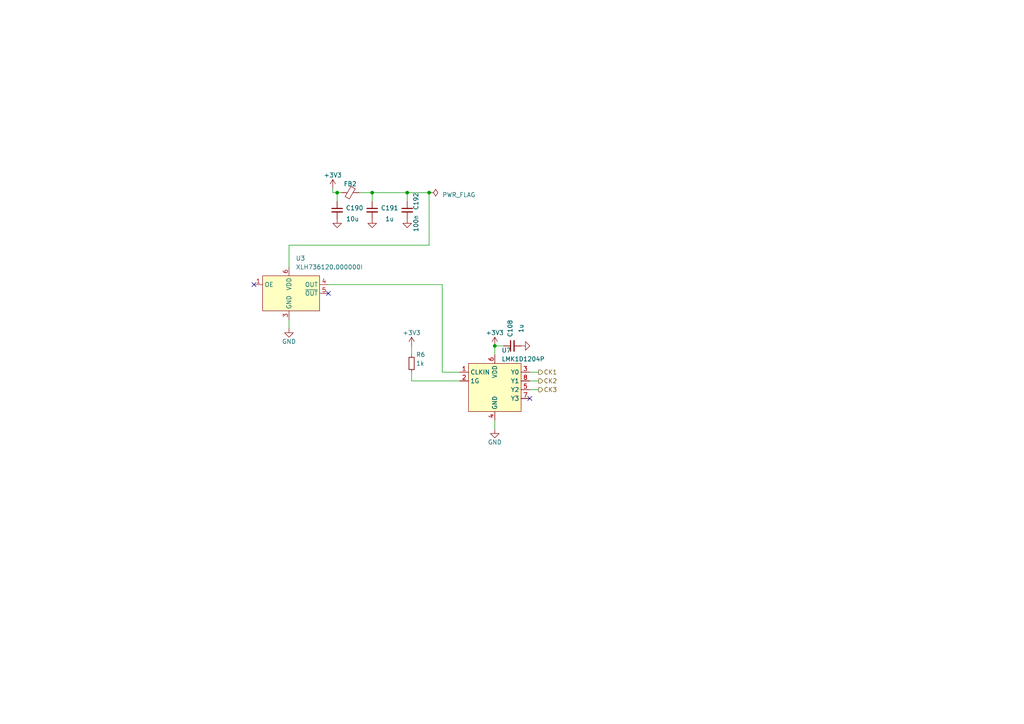
<source format=kicad_sch>
(kicad_sch (version 20250114) (generator "eeschema") (generator_version "9.0")
  (paper "A4")
  (lib_symbols
    (symbol "BioMEMS:LMK1C1104"
      (property "Reference" "U" (at 6.35 7.62 0))
      (property "Value" "LMK1D1204P" (at -8.89 7.62 0))
      (symbol "LMK1C1104_1_1"
        (rectangle (start -7.62 6.35) (end 7.62 -7.62) (fill (type background)))
        (pin input line (at -10.16 3.81 0) (length 2.54) (name "CLKIN") (number "1"))
        (pin input line (at -10.16 1.27 0) (length 2.54) (name "1G") (number "2"))
        (pin power_in line (at 0 8.89 270) (length 2.54) (name "VDD") (number "6"))
        (pin power_in line (at 0 -10.16 90) (length 2.54) (name "GND") (number "4"))
        (pin output line (at 10.16 3.81 180) (length 2.54) (name "Y0") (number "3"))
        (pin output line (at 10.16 1.27 180) (length 2.54) (name "Y1") (number "8"))
        (pin output line (at 10.16 -1.27 180) (length 2.54) (name "Y2") (number "5"))
        (pin output line (at 10.16 -3.81 180) (length 2.54) (name "Y3") (number "7"))
      )
    )
    (symbol "BioMEMS:XLH736120.000000I"
      (property "Reference" "U" (at -1.27 7.62 0))
      (property "Value" "XLH736120.000000I" (at 11.43 6.35 0))
      (symbol "XLH736120.000000I_1_1"
        (rectangle (start -7.62 5.08) (end 8.89 -5.08) (fill (type background)))
        (pin input line (at -10.16 2.54 0) (length 2.54) (name "OE") (number "1"))
        (pin power_in line (at 0 7.62 270) (length 2.5) (name "VDD") (number "6"))
        (pin power_in line (at 0 -7.62 90) (length 2.5) (name "GND") (number "3"))
        (pin no_connect line (at 2.54 0 0) (length 0) (hide yes) (name "NC") (number "2"))
        (pin output line (at 11.43 2.54 180) (length 2.5) (name "OUT") (number "4"))
        (pin output line (at 11.43 0 180) (length 2.5) (name "~{OUT}") (number "5"))
      )
    )
    (symbol "Device:C_Small" (pin_numbers (hide yes)) (pin_names (offset 0.254) (hide yes))
      (property "Reference" "C" (at 0.254 1.778 0))
      (property "Value" "C_Small" (at 0.254 -2.032 0))
      (symbol "C_Small_0_1"
        (polyline (pts (xy -1.524 0.508) (xy 1.524 0.508)) (stroke (width 0.3048)))
        (polyline (pts (xy -1.524 -0.508) (xy 1.524 -0.508)) (stroke (width 0.3302)))
      )
      (symbol "C_Small_1_1"
        (pin passive line (at 0 2.54 270) (length 2.032) (name "~") (number "1"))
        (pin passive line (at 0 -2.54 90) (length 2.032) (name "~") (number "2"))
      )
    )
    (symbol "Device:FerriteBead_Small" (pin_numbers (hide yes)) (pin_names (offset 0))
      (property "Reference" "FB" (at 1.905 1.27 0))
      (property "Value" "FerriteBead_Small" (at 1.905 -1.27 0))
      (symbol "FerriteBead_Small_0_1"
        (polyline (pts (xy -1.8288 0.2794) (xy -1.1176 1.4986) (xy 1.8288 -0.2032) (xy 1.1176 -1.4224) (xy -1.8288 0.2794)))
        (polyline (pts (xy 0 0.889) (xy 0 1.2954)))
        (polyline (pts (xy 0 -1.27) (xy 0 -0.7874)))
      )
      (symbol "FerriteBead_Small_1_1"
        (pin passive line (at 0 2.54 270) (length 1.27) (name "~") (number "1"))
        (pin passive line (at 0 -2.54 90) (length 1.27) (name "~") (number "2"))
      )
    )
    (symbol "Device:R_Small" (pin_numbers (hide yes)) (pin_names (offset 0.254) (hide yes))
      (property "Reference" "R" (at 0.762 0.508 0))
      (property "Value" "R_Small" (at 0.762 -1.016 0))
      (symbol "R_Small_0_1"
        (rectangle (start -0.762 1.778) (end 0.762 -1.778) (stroke (width 0.2032)))
      )
      (symbol "R_Small_1_1"
        (pin passive line (at 0 2.54 270) (length 0.762) (name "~") (number "1"))
        (pin passive line (at 0 -2.54 90) (length 0.762) (name "~") (number "2"))
      )
    )
    (symbol "power:+3V3" (power) (pin_names (offset 0))
      (property "Value" "+3V3" (at 0 3.556 0))
      (symbol "+3V3_0_1"
        (polyline (pts (xy -0.762 1.27) (xy 0 2.54)))
        (polyline (pts (xy 0 2.54) (xy 0.762 1.27)))
        (polyline (pts (xy 0 0) (xy 0 2.54)))
      )
      (symbol "+3V3_1_1"
        (pin power_in line (at 0 0 90) (length 0) (hide yes) (name "+3V3") (number "1"))
      )
    )
    (symbol "power:GND" (power) (pin_names (offset 0))
      (property "Value" "GND" (at 0 -3.81 0))
      (symbol "GND_0_1"
        (polyline (pts (xy 0 0) (xy 0 -1.27) (xy 1.27 -1.27) (xy 0 -2.54) (xy -1.27 -1.27) (xy 0 -1.27)))
      )
      (symbol "GND_1_1"
        (pin power_in line (at 0 0 270) (length 0) (hide yes) (name "GND") (number "1"))
      )
    )
    (symbol "power:PWR_FLAG" (power) (pin_numbers (hide yes)) (pin_names (offset 0) (hide yes))
      (property "Value" "PWR_FLAG" (at 0 3.81 0))
      (symbol "PWR_FLAG_0_0"
        (pin power_out line (at 0 0 90) (length 0) (name "pwr") (number "1"))
      )
      (symbol "PWR_FLAG_0_1"
        (polyline (pts (xy 0 0) (xy 0 1.27) (xy -1.016 1.905) (xy 0 2.54) (xy 1.016 1.905) (xy 0 1.27)))
      )
    )
  )
  (junction (at 143.51 100.33))
  (junction (at 124.46 55.88))
  (junction (at 107.95 55.88))
  (junction (at 97.79 55.88))
  (junction (at 118.11 55.88))
  (no_connect (at 153.67 115.57))
  (no_connect (at 73.66 82.55))
  (no_connect (at 95.25 85.09))
  (wire (pts (xy 83.82 92.71) (xy 83.82 95.25)))
  (wire (pts (xy 96.52 55.88) (xy 97.79 55.88)))
  (wire (pts (xy 83.82 71.12) (xy 83.82 77.47)))
  (wire (pts (xy 143.51 100.33) (xy 143.51 102.87)))
  (wire (pts (xy 153.67 110.49) (xy 156.21 110.49)))
  (wire (pts (xy 153.67 107.95) (xy 156.21 107.95)))
  (wire (pts (xy 107.95 55.88) (xy 107.95 58.42)))
  (wire (pts (xy 118.11 55.88) (xy 124.46 55.88)))
  (wire (pts (xy 143.51 121.92) (xy 143.51 124.46)))
  (wire (pts (xy 97.79 55.88) (xy 97.79 58.42)))
  (wire (pts (xy 99.06 55.88) (xy 97.79 55.88)))
  (wire (pts (xy 96.52 54.61) (xy 96.52 55.88)))
  (wire (pts (xy 119.38 100.33) (xy 119.38 102.87)))
  (wire (pts (xy 128.27 107.95) (xy 133.35 107.95)))
  (wire (pts (xy 118.11 55.88) (xy 118.11 58.42)))
  (wire (pts (xy 107.95 55.88) (xy 118.11 55.88)))
  (wire (pts (xy 95.25 82.55) (xy 128.27 82.55)))
  (wire (pts (xy 83.82 71.12) (xy 124.46 71.12)))
  (wire (pts (xy 153.67 113.03) (xy 156.21 113.03)))
  (wire (pts (xy 143.51 100.33) (xy 146.05 100.33)))
  (wire (pts (xy 128.27 82.55) (xy 128.27 107.95)))
  (wire (pts (xy 119.38 110.49) (xy 133.35 110.49)))
  (wire (pts (xy 104.14 55.88) (xy 107.95 55.88)))
  (wire (pts (xy 119.38 107.95) (xy 119.38 110.49)))
  (wire (pts (xy 124.46 55.88) (xy 124.46 71.12)))
  (hierarchical_label "CK1" (shape output) (at 156.21 107.95 0))
  (hierarchical_label "CK3" (shape output) (at 156.21 113.03 0))
  (hierarchical_label "CK2" (shape output) (at 156.21 110.49 0))
  (symbol (lib_id "Device:R_Small") (at 119.38 105.41 180) (unit 1)
    (property "Reference" "R6" (at 120.65 102.87 0) (effects (justify right)))
    (property "Value" "1k" (at 120.65 105.41 0) (effects (justify right)))
    (property "Footprint" "Resistor_SMD:R_0603_1608Metric" (effects (hide yes)))
    (property "MPN" "CRCW06031K00DHEBP " (effects (hide yes)))
  )
  (symbol (lib_id "power:GND") (at 118.11 63.5 0) (mirror y) (unit 1)
    (property "Reference" "#PWR077" (effects (hide yes)))
    (property "Value" "GND" (effects (hide yes)))
  )
  (symbol (lib_id "Device:C_Small") (at 97.79 60.96 0) (mirror y) (unit 1)
    (property "Reference" "C190" (at 105.41 60.325 0) (effects (justify left)))
    (property "Value" "10u" (at 104.14 63.5 0) (effects (justify left)))
    (property "Footprint" "Capacitor_SMD:C_0603_1608Metric" (effects (hide yes)))
    (property "MPN" "KGM15CR51A106MT " (effects (hide yes)))
    (instances (project "MR-Core" (path "" (reference "C190") (unit 1))) (project "DDS" (path "" (reference "C48") (unit 1))))
  )
  (symbol (lib_id "power:GND") (at 107.95 63.5 0) (mirror y) (unit 1)
    (property "Reference" "#PWR053" (effects (hide yes)))
    (property "Value" "GND" (effects (hide yes)))
  )
  (symbol (lib_id "Device:FerriteBead_Small") (at 101.6 55.88 90) (unit 1)
    (property "Reference" "FB2" (at 101.5619 53.34 90))
    (property "Value" "FerriteBead_Small" (effects (hide yes)))
    (property "Footprint" "Inductor_SMD:L_0603_1608Metric" (effects (hide yes)))
    (property "MPN" "742792641 " (effects (hide yes)))
  )
  (symbol (lib_id "Device:C_Small") (at 107.95 60.96 0) (mirror y) (unit 1)
    (property "Reference" "C191" (at 115.57 60.325 0) (effects (justify left)))
    (property "Value" "1u" (at 114.3 63.5 0) (effects (justify left)))
    (property "Footprint" "Capacitor_SMD:C_0603_1608Metric" (effects (hide yes)))
    (property "MPN" "KGM15BR51E105KM " (effects (hide yes)))
    (instances (project "MR-Core" (path "" (reference "C191") (unit 1))) (project "DDS" (path "" (reference "C48") (unit 1))))
  )
  (symbol (lib_id "Device:C_Small") (at 148.59 100.33 90) (mirror x) (unit 1)
    (property "Reference" "C108" (at 147.955 92.71 0) (effects (justify left)))
    (property "Value" "1u" (at 151.13 93.98 0) (effects (justify left)))
    (property "Footprint" "Capacitor_SMD:C_0603_1608Metric" (effects (hide yes)))
    (property "MPN" "KGM15BR51E105KM " (effects (hide yes)))
    (instances (project "MR-Core" (path "" (reference "C108") (unit 1))) (project "DDS" (path "" (reference "C48") (unit 1))))
  )
  (symbol (lib_id "power:+3V3") (at 96.52 54.61 0) (unit 1)
    (property "Reference" "#PWR049" (effects (hide yes)))
    (property "Value" "+3V3" (at 96.52 50.8 0))
  )
  (symbol (lib_id "power:GND") (at 151.13 100.33 90) (mirror x) (unit 1)
    (property "Reference" "#PWR048" (effects (hide yes)))
    (property "Value" "GND" (effects (hide yes)))
  )
  (symbol (lib_id "BioMEMS:LMK1C1104") (at 143.51 111.76 0) (unit 1)
    (property "Reference" "U7" (at 145.4659 101.6 0) (effects (justify left)))
    (property "Value" "LMK1D1204P" (at 145.4659 104.14 0) (effects (justify left)))
    (property "Footprint" "Package_DFN_QFN:DFN-8_2x2mm_P0.5mm" (effects (hide yes)))
    (property "Datasheet" "https://www.ti.com/lit/ds/symlink/lmk1c1104.pdf?ts=1709460636018" (effects (hide yes)))
    (property "MPN" "LMK1D1204PRHDR " (effects (hide yes)))
  )
  (symbol (lib_id "power:GND") (at 83.82 95.25 0) (unit 1)
    (property "Reference" "#PWR0153" (effects (hide yes)))
    (property "Value" "GND" (at 83.82 99.06 0))
  )
  (symbol (lib_id "power:GND") (at 97.79 63.5 0) (mirror y) (unit 1)
    (property "Reference" "#PWR050" (effects (hide yes)))
    (property "Value" "GND" (effects (hide yes)))
  )
  (symbol (lib_id "BioMEMS:XLH736120.000000I") (at 83.82 85.09 0) (unit 1)
    (property "Reference" "U3" (at 85.7759 74.93 0) (effects (justify left)))
    (property "Value" "XLH736120.000000I" (at 85.7759 77.47 0) (effects (justify left)))
    (property "Footprint" "BioMEMS:XLH736120.000000I" (effects (hide yes)))
    (property "Datasheet" "https://www.mouser.com/datasheet/2/698/REN_XL_Crystal_Oscillators_Datasheet_DST_20220302-1954959.pdf" (effects (hide yes)))
    (property "MPN" "XLH736120.000000I" (effects (hide yes)))
  )
  (symbol (lib_id "power:PWR_FLAG") (at 124.46 55.88 270) (unit 1)
    (property "Reference" "#FLG013" (effects (hide yes)))
    (property "Value" "PWR_FLAG" (at 128.27 56.515 90) (effects (justify left)))
  )
  (symbol (lib_id "power:+3V3") (at 119.38 100.33 0) (unit 1)
    (property "Reference" "#PWR0211" (effects (hide yes)))
    (property "Value" "+3V3" (at 119.38 96.52 0))
  )
  (symbol (lib_id "power:+3V3") (at 143.51 100.33 0) (unit 1)
    (property "Reference" "#PWR0210" (effects (hide yes)))
    (property "Value" "+3V3" (at 143.51 96.52 0))
  )
  (symbol (lib_id "Device:C_Small") (at 118.11 60.96 0) (mirror y) (unit 1)
    (property "Reference" "C192" (at 120.65 60.96 90) (effects (justify left)))
    (property "Value" "100n" (at 120.65 67.31 90) (effects (justify left)))
    (property "Footprint" "Capacitor_SMD:C_0603_1608Metric" (effects (hide yes)))
    (property "MPN" "C0603C104K1RACAUTO " (effects (hide yes)))
    (instances (project "MR-Core" (path "" (reference "C192") (unit 1))) (project "DDS" (path "" (reference "C48") (unit 1))))
  )
  (symbol (lib_id "power:GND") (at 143.51 124.46 0) (unit 1)
    (property "Reference" "#PWR0152" (effects (hide yes)))
    (property "Value" "GND" (at 143.51 128.27 0))
  )
)
</source>
